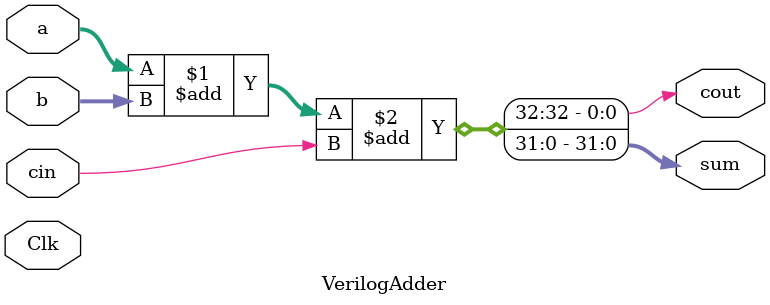
<source format=v>
module VerilogAdder (
    input Clk,
    input [31:0] a,
    input [31:0] b,
    input cin,
    output [31:0] sum,
    output cout
);
assign {cout, sum} = a + b + cin;

endmodule
</source>
